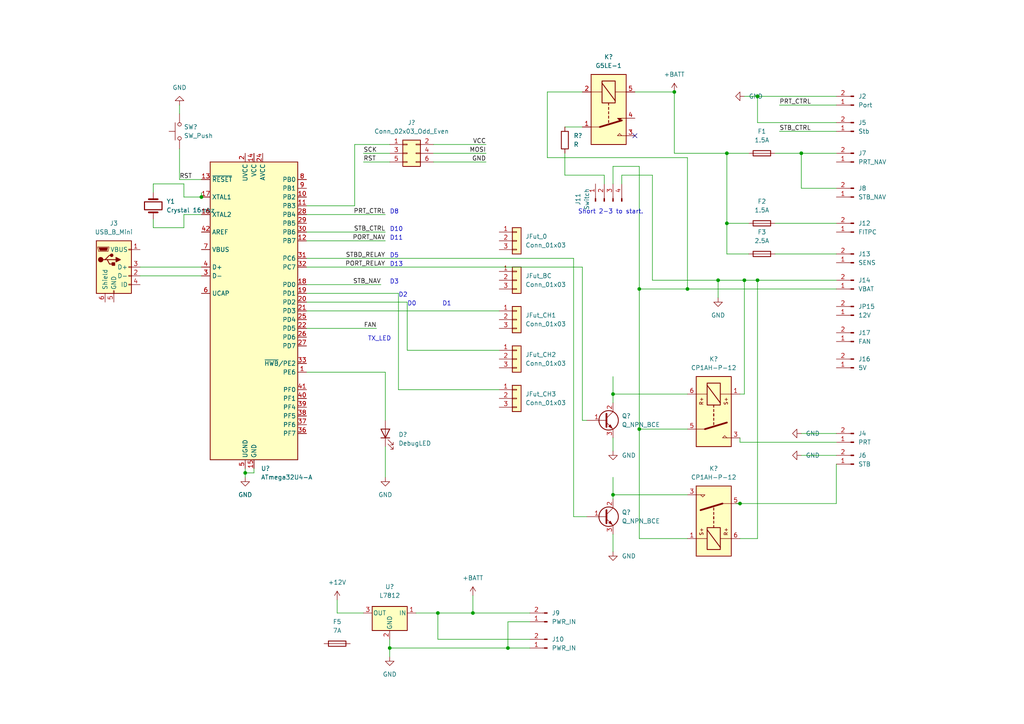
<source format=kicad_sch>
(kicad_sch (version 20211123) (generator eeschema)
  (paper "A4")
  (lib_symbols
    (symbol "Connector:Conn_01x02_Male" (pin_names (offset 1.016) hide)
      (property "Reference" "J" (at 0 2.54 0))
      (property "Value" "Conn_01x02_Male" (at 0 -5.08 0))
      (symbol "Conn_01x02_Male_1_1"
        (polyline (pts (xy 1.27 -2.54) (xy 0.8636 -2.54)) (stroke (width 0.1524)))
        (polyline (pts (xy 1.27 0) (xy 0.8636 0)) (stroke (width 0.1524)))
        (rectangle (start 0.8636 -2.413) (end 0 -2.667) (stroke (width 0.1524)) (fill (type outline)))
        (rectangle (start 0.8636 0.127) (end 0 -0.127) (stroke (width 0.1524)) (fill (type outline)))
        (pin passive line (at 5.08 0 180) (length 3.81) (name "Pin_1") (number "1"))
        (pin passive line (at 5.08 -2.54 180) (length 3.81) (name "Pin_2") (number "2"))
      )
    )
    (symbol "Connector:Conn_01x04_Male" (pin_names (offset 1.016) hide)
      (property "Reference" "J" (at 0 5.08 0))
      (property "Value" "Conn_01x04_Male" (at 0 -7.62 0))
      (symbol "Conn_01x04_Male_1_1"
        (polyline (pts (xy 1.27 -5.08) (xy 0.8636 -5.08)) (stroke (width 0.1524)))
        (polyline (pts (xy 1.27 -2.54) (xy 0.8636 -2.54)) (stroke (width 0.1524)))
        (polyline (pts (xy 1.27 0) (xy 0.8636 0)) (stroke (width 0.1524)))
        (polyline (pts (xy 1.27 2.54) (xy 0.8636 2.54)) (stroke (width 0.1524)))
        (rectangle (start 0.8636 -4.953) (end 0 -5.207) (stroke (width 0.1524)) (fill (type outline)))
        (rectangle (start 0.8636 -2.413) (end 0 -2.667) (stroke (width 0.1524)) (fill (type outline)))
        (rectangle (start 0.8636 0.127) (end 0 -0.127) (stroke (width 0.1524)) (fill (type outline)))
        (rectangle (start 0.8636 2.667) (end 0 2.413) (stroke (width 0.1524)) (fill (type outline)))
        (pin passive line (at 5.08 2.54 180) (length 3.81) (name "Pin_1") (number "1"))
        (pin passive line (at 5.08 0 180) (length 3.81) (name "Pin_2") (number "2"))
        (pin passive line (at 5.08 -2.54 180) (length 3.81) (name "Pin_3") (number "3"))
        (pin passive line (at 5.08 -5.08 180) (length 3.81) (name "Pin_4") (number "4"))
      )
    )
    (symbol "Connector:USB_B_Mini" (pin_names (offset 1.016))
      (property "Reference" "J" (at -5.08 11.43 0))
      (property "Value" "USB_B_Mini" (at -5.08 8.89 0))
      (symbol "USB_B_Mini_0_1"
        (rectangle (start -5.08 -7.62) (end 5.08 7.62) (stroke (width 0.254)) (fill (type background)))
        (circle (center -3.81 2.159) (radius 0.635) (stroke (width 0.254)) (fill (type outline)))
        (circle (center -0.635 3.429) (radius 0.381) (stroke (width 0.254)) (fill (type outline)))
        (rectangle (start -0.127 -7.62) (end 0.127 -6.858))
        (polyline (pts (xy -1.905 2.159) (xy 0.635 2.159)) (stroke (width 0.254)))
        (polyline (pts (xy -3.175 2.159) (xy -2.54 2.159) (xy -1.27 3.429) (xy -0.635 3.429)) (stroke (width 0.254)))
        (polyline (pts (xy -2.54 2.159) (xy -1.905 2.159) (xy -1.27 0.889) (xy 0 0.889)) (stroke (width 0.254)))
        (polyline (pts (xy 0.635 2.794) (xy 0.635 1.524) (xy 1.905 2.159) (xy 0.635 2.794)) (stroke (width 0.254)) (fill (type outline)))
        (polyline (pts (xy -4.318 5.588) (xy -1.778 5.588) (xy -2.032 4.826) (xy -4.064 4.826) (xy -4.318 5.588)) (fill (type outline)))
        (polyline (pts (xy -4.699 5.842) (xy -4.699 5.588) (xy -4.445 4.826) (xy -4.445 4.572) (xy -1.651 4.572) (xy -1.651 4.826) (xy -1.397 5.588) (xy -1.397 5.842) (xy -4.699 5.842)))
        (rectangle (start 0.254 1.27) (end -0.508 0.508) (stroke (width 0.254)) (fill (type outline)))
        (rectangle (start 5.08 -5.207) (end 4.318 -4.953))
        (rectangle (start 5.08 -2.667) (end 4.318 -2.413))
        (rectangle (start 5.08 -0.127) (end 4.318 0.127))
        (rectangle (start 5.08 4.953) (end 4.318 5.207))
      )
      (symbol "USB_B_Mini_1_1"
        (pin power_out line (at 7.62 5.08 180) (length 2.54) (name "VBUS") (number "1"))
        (pin bidirectional line (at 7.62 -2.54 180) (length 2.54) (name "D-") (number "2"))
        (pin bidirectional line (at 7.62 0 180) (length 2.54) (name "D+") (number "3"))
        (pin passive line (at 7.62 -5.08 180) (length 2.54) (name "ID") (number "4"))
        (pin power_out line (at 0 -10.16 90) (length 2.54) (name "GND") (number "5"))
        (pin passive line (at -2.54 -10.16 90) (length 2.54) (name "Shield") (number "6"))
      )
    )
    (symbol "Connector_Generic:Conn_01x03" (pin_names (offset 1.016) hide)
      (property "Reference" "J" (at 0 5.08 0))
      (property "Value" "Conn_01x03" (at 0 -5.08 0))
      (symbol "Conn_01x03_1_1"
        (rectangle (start -1.27 -2.413) (end 0 -2.667) (stroke (width 0.1524)))
        (rectangle (start -1.27 0.127) (end 0 -0.127) (stroke (width 0.1524)))
        (rectangle (start -1.27 2.667) (end 0 2.413) (stroke (width 0.1524)))
        (rectangle (start -1.27 3.81) (end 1.27 -3.81) (stroke (width 0.254)) (fill (type background)))
        (pin passive line (at -5.08 2.54 0) (length 3.81) (name "Pin_1") (number "1"))
        (pin passive line (at -5.08 0 0) (length 3.81) (name "Pin_2") (number "2"))
        (pin passive line (at -5.08 -2.54 0) (length 3.81) (name "Pin_3") (number "3"))
      )
    )
    (symbol "Connector_Generic:Conn_02x03_Odd_Even" (pin_names (offset 1.016) hide)
      (property "Reference" "J" (at 1.27 5.08 0))
      (property "Value" "Conn_02x03_Odd_Even" (at 1.27 -5.08 0))
      (symbol "Conn_02x03_Odd_Even_1_1"
        (rectangle (start -1.27 -2.413) (end 0 -2.667) (stroke (width 0.1524)))
        (rectangle (start -1.27 0.127) (end 0 -0.127) (stroke (width 0.1524)))
        (rectangle (start -1.27 2.667) (end 0 2.413) (stroke (width 0.1524)))
        (rectangle (start -1.27 3.81) (end 3.81 -3.81) (stroke (width 0.254)) (fill (type background)))
        (rectangle (start 3.81 -2.413) (end 2.54 -2.667) (stroke (width 0.1524)))
        (rectangle (start 3.81 0.127) (end 2.54 -0.127) (stroke (width 0.1524)))
        (rectangle (start 3.81 2.667) (end 2.54 2.413) (stroke (width 0.1524)))
        (pin passive line (at -5.08 2.54 0) (length 3.81) (name "Pin_1") (number "1"))
        (pin passive line (at 7.62 2.54 180) (length 3.81) (name "Pin_2") (number "2"))
        (pin passive line (at -5.08 0 0) (length 3.81) (name "Pin_3") (number "3"))
        (pin passive line (at 7.62 0 180) (length 3.81) (name "Pin_4") (number "4"))
        (pin passive line (at -5.08 -2.54 0) (length 3.81) (name "Pin_5") (number "5"))
        (pin passive line (at 7.62 -2.54 180) (length 3.81) (name "Pin_6") (number "6"))
      )
    )
    (symbol "Device:Crystal" (pin_numbers hide) (pin_names (offset 1.016) hide)
      (property "Reference" "Y" (at 0 3.81 0))
      (property "Value" "Crystal" (at 0 -3.81 0))
      (symbol "Crystal_0_1"
        (rectangle (start -1.143 2.54) (end 1.143 -2.54) (stroke (width 0.3048)))
        (polyline (pts (xy -2.54 0) (xy -1.905 0)))
        (polyline (pts (xy -1.905 -1.27) (xy -1.905 1.27)) (stroke (width 0.508)))
        (polyline (pts (xy 1.905 -1.27) (xy 1.905 1.27)) (stroke (width 0.508)))
        (polyline (pts (xy 2.54 0) (xy 1.905 0)))
      )
      (symbol "Crystal_1_1"
        (pin passive line (at -3.81 0 0) (length 1.27) (name "1") (number "1"))
        (pin passive line (at 3.81 0 180) (length 1.27) (name "2") (number "2"))
      )
    )
    (symbol "Device:Fuse" (pin_numbers hide) (pin_names (offset 0))
      (property "Reference" "F" (at 2.032 0 90))
      (property "Value" "Fuse" (at -1.905 0 90))
      (symbol "Fuse_0_1"
        (rectangle (start -0.762 -2.54) (end 0.762 2.54) (stroke (width 0.254)))
        (polyline (pts (xy 0 2.54) (xy 0 -2.54)))
      )
      (symbol "Fuse_1_1"
        (pin passive line (at 0 3.81 270) (length 1.27) (name "~") (number "1"))
        (pin passive line (at 0 -3.81 90) (length 1.27) (name "~") (number "2"))
      )
    )
    (symbol "Device:LED" (pin_numbers hide) (pin_names (offset 1.016) hide)
      (property "Reference" "D" (at 0 2.54 0))
      (property "Value" "LED" (at 0 -2.54 0))
      (symbol "LED_0_1"
        (polyline (pts (xy -1.27 -1.27) (xy -1.27 1.27)) (stroke (width 0.254)))
        (polyline (pts (xy -1.27 0) (xy 1.27 0)))
        (polyline (pts (xy 1.27 -1.27) (xy 1.27 1.27) (xy -1.27 0) (xy 1.27 -1.27)) (stroke (width 0.254)))
        (polyline (pts (xy -3.048 -0.762) (xy -4.572 -2.286) (xy -3.81 -2.286) (xy -4.572 -2.286) (xy -4.572 -1.524)))
        (polyline (pts (xy -1.778 -0.762) (xy -3.302 -2.286) (xy -2.54 -2.286) (xy -3.302 -2.286) (xy -3.302 -1.524)))
      )
      (symbol "LED_1_1"
        (pin passive line (at -3.81 0 0) (length 2.54) (name "K") (number "1"))
        (pin passive line (at 3.81 0 180) (length 2.54) (name "A") (number "2"))
      )
    )
    (symbol "Device:Q_NPN_BCE" (pin_names (offset 0) hide)
      (property "Reference" "Q" (at 5.08 1.27 0))
      (property "Value" "Q_NPN_BCE" (at 5.08 -1.27 0))
      (symbol "Q_NPN_BCE_0_1"
        (polyline (pts (xy 0.635 0.635) (xy 2.54 2.54)))
        (polyline (pts (xy 0.635 -0.635) (xy 2.54 -2.54) (xy 2.54 -2.54)))
        (polyline (pts (xy 0.635 1.905) (xy 0.635 -1.905) (xy 0.635 -1.905)) (stroke (width 0.508)))
        (polyline (pts (xy 1.27 -1.778) (xy 1.778 -1.27) (xy 2.286 -2.286) (xy 1.27 -1.778) (xy 1.27 -1.778)) (fill (type outline)))
        (circle (center 1.27 0) (radius 2.8194) (stroke (width 0.254)))
      )
      (symbol "Q_NPN_BCE_1_1"
        (pin input line (at -5.08 0 0) (length 5.715) (name "B") (number "1"))
        (pin passive line (at 2.54 5.08 270) (length 2.54) (name "C") (number "2"))
        (pin passive line (at 2.54 -5.08 90) (length 2.54) (name "E") (number "3"))
      )
    )
    (symbol "Device:R" (pin_numbers hide) (pin_names (offset 0))
      (property "Reference" "R" (at 2.032 0 90))
      (property "Value" "R" (at 0 0 90))
      (symbol "R_0_1"
        (rectangle (start -1.016 -2.54) (end 1.016 2.54) (stroke (width 0.254)))
      )
      (symbol "R_1_1"
        (pin passive line (at 0 3.81 270) (length 1.27) (name "~") (number "1"))
        (pin passive line (at 0 -3.81 90) (length 1.27) (name "~") (number "2"))
      )
    )
    (symbol "MCU_Microchip_ATmega:ATmega32U4-A"
      (property "Reference" "U" (at -12.7 44.45 0))
      (property "Value" "ATmega32U4-A" (at 2.54 -44.45 0))
      (symbol "ATmega32U4-A_0_1"
        (rectangle (start -12.7 -43.18) (end 12.7 43.18) (stroke (width 0.254)) (fill (type background)))
      )
      (symbol "ATmega32U4-A_1_1"
        (pin bidirectional line (at 15.24 -17.78 180) (length 2.54) (name "PE6") (number "1"))
        (pin bidirectional line (at 15.24 33.02 180) (length 2.54) (name "PB2") (number "10"))
        (pin bidirectional line (at 15.24 30.48 180) (length 2.54) (name "PB3") (number "11"))
        (pin bidirectional line (at 15.24 20.32 180) (length 2.54) (name "PB7") (number "12"))
        (pin input line (at -15.24 38.1 0) (length 2.54) (name "~{RESET}") (number "13"))
        (pin power_in line (at 0 45.72 270) (length 2.54) (name "VCC") (number "14"))
        (pin power_in line (at 0 -45.72 90) (length 2.54) (name "GND") (number "15"))
        (pin output line (at -15.24 27.94 0) (length 2.54) (name "XTAL2") (number "16"))
        (pin input line (at -15.24 33.02 0) (length 2.54) (name "XTAL1") (number "17"))
        (pin bidirectional line (at 15.24 7.62 180) (length 2.54) (name "PD0") (number "18"))
        (pin bidirectional line (at 15.24 5.08 180) (length 2.54) (name "PD1") (number "19"))
        (pin power_in line (at -2.54 45.72 270) (length 2.54) (name "UVCC") (number "2"))
        (pin bidirectional line (at 15.24 2.54 180) (length 2.54) (name "PD2") (number "20"))
        (pin bidirectional line (at 15.24 0 180) (length 2.54) (name "PD3") (number "21"))
        (pin bidirectional line (at 15.24 -5.08 180) (length 2.54) (name "PD5") (number "22"))
        (pin passive line (at 0 -45.72 90) (length 2.54) hide (name "GND") (number "23"))
        (pin power_in line (at 2.54 45.72 270) (length 2.54) (name "AVCC") (number "24"))
        (pin bidirectional line (at 15.24 -2.54 180) (length 2.54) (name "PD4") (number "25"))
        (pin bidirectional line (at 15.24 -7.62 180) (length 2.54) (name "PD6") (number "26"))
        (pin bidirectional line (at 15.24 -10.16 180) (length 2.54) (name "PD7") (number "27"))
        (pin bidirectional line (at 15.24 27.94 180) (length 2.54) (name "PB4") (number "28"))
        (pin bidirectional line (at 15.24 25.4 180) (length 2.54) (name "PB5") (number "29"))
        (pin bidirectional line (at -15.24 10.16 0) (length 2.54) (name "D-") (number "3"))
        (pin bidirectional line (at 15.24 22.86 180) (length 2.54) (name "PB6") (number "30"))
        (pin bidirectional line (at 15.24 15.24 180) (length 2.54) (name "PC6") (number "31"))
        (pin bidirectional line (at 15.24 12.7 180) (length 2.54) (name "PC7") (number "32"))
        (pin bidirectional line (at 15.24 -15.24 180) (length 2.54) (name "~{HWB}/PE2") (number "33"))
        (pin passive line (at 0 45.72 270) (length 2.54) hide (name "VCC") (number "34"))
        (pin passive line (at 0 -45.72 90) (length 2.54) hide (name "GND") (number "35"))
        (pin bidirectional line (at 15.24 -35.56 180) (length 2.54) (name "PF7") (number "36"))
        (pin bidirectional line (at 15.24 -33.02 180) (length 2.54) (name "PF6") (number "37"))
        (pin bidirectional line (at 15.24 -30.48 180) (length 2.54) (name "PF5") (number "38"))
        (pin bidirectional line (at 15.24 -27.94 180) (length 2.54) (name "PF4") (number "39"))
        (pin bidirectional line (at -15.24 12.7 0) (length 2.54) (name "D+") (number "4"))
        (pin bidirectional line (at 15.24 -25.4 180) (length 2.54) (name "PF1") (number "40"))
        (pin bidirectional line (at 15.24 -22.86 180) (length 2.54) (name "PF0") (number "41"))
        (pin passive line (at -15.24 22.86 0) (length 2.54) (name "AREF") (number "42"))
        (pin passive line (at 0 -45.72 90) (length 2.54) hide (name "GND") (number "43"))
        (pin passive line (at 2.54 45.72 270) (length 2.54) hide (name "AVCC") (number "44"))
        (pin passive line (at -2.54 -45.72 90) (length 2.54) (name "UGND") (number "5"))
        (pin passive line (at -15.24 5.08 0) (length 2.54) (name "UCAP") (number "6"))
        (pin input line (at -15.24 17.78 0) (length 2.54) (name "VBUS") (number "7"))
        (pin bidirectional line (at 15.24 38.1 180) (length 2.54) (name "PB0") (number "8"))
        (pin bidirectional line (at 15.24 35.56 180) (length 2.54) (name "PB1") (number "9"))
      )
    )
    (symbol "Regulator_Linear:L7812" (pin_names (offset 0.254))
      (property "Reference" "U" (at -3.81 3.175 0))
      (property "Value" "L7812" (at 0 3.175 0))
      (symbol "L7812_0_1"
        (rectangle (start -5.08 1.905) (end 5.08 -5.08) (stroke (width 0.254)) (fill (type background)))
      )
      (symbol "L7812_1_1"
        (pin power_in line (at -7.62 0 0) (length 2.54) (name "IN") (number "1"))
        (pin power_in line (at 0 -7.62 90) (length 2.54) (name "GND") (number "2"))
        (pin power_out line (at 7.62 0 180) (length 2.54) (name "OUT") (number "3"))
      )
    )
    (symbol "Relay:ADW11"
      (property "Reference" "K" (at 11.43 3.81 0))
      (property "Value" "ADW11" (at 13.97 1.27 0))
      (symbol "ADW11_1_1"
        (rectangle (start -10.16 5.08) (end 10.16 -5.08) (stroke (width 0.254)) (fill (type background)))
        (rectangle (start -8.255 1.905) (end -1.905 -1.905) (stroke (width 0.254)))
        (polyline (pts (xy -7.62 -1.905) (xy -2.54 1.905)) (stroke (width 0.254)))
        (polyline (pts (xy -5.08 -5.08) (xy -5.08 -1.905)))
        (polyline (pts (xy -5.08 5.08) (xy -5.08 1.905)))
        (polyline (pts (xy -1.905 0) (xy -1.27 0)) (stroke (width 0.254)))
        (polyline (pts (xy -0.635 0) (xy 0 0)) (stroke (width 0.254)))
        (polyline (pts (xy 0.635 0) (xy 1.27 0)) (stroke (width 0.254)))
        (polyline (pts (xy 0.635 0) (xy 1.27 0)) (stroke (width 0.254)))
        (polyline (pts (xy 1.905 0) (xy 2.54 0)) (stroke (width 0.254)))
        (polyline (pts (xy 3.175 0) (xy 3.81 0)) (stroke (width 0.254)))
        (polyline (pts (xy 5.08 -2.54) (xy 3.175 3.81)) (stroke (width 0.508)))
        (polyline (pts (xy 5.08 -2.54) (xy 5.08 -5.08)))
        (polyline (pts (xy 7.62 3.81) (xy 7.62 5.08)))
        (polyline (pts (xy 7.62 3.81) (xy 7.62 2.54) (xy 6.985 3.175) (xy 7.62 3.81)))
        (text "R+" (at -3.048 -3.556 0) (effects (font (size 1.016 1.016))))
        (text "S+" (at -3.048 3.556 0) (effects (font (size 1.016 1.016))))
        (pin passive line (at -5.08 7.62 270) (length 2.54) (name "~") (number "1"))
        (pin passive line (at 7.62 7.62 270) (length 2.54) (name "~") (number "3"))
        (pin passive line (at 5.08 -7.62 90) (length 2.54) (name "~") (number "5"))
        (pin passive line (at -5.08 -7.62 90) (length 2.54) (name "~") (number "6"))
      )
    )
    (symbol "Relay:G5LE-1"
      (property "Reference" "K" (at 11.43 3.81 0))
      (property "Value" "G5LE-1" (at 11.43 1.27 0))
      (symbol "G5LE-1_0_0"
        (polyline (pts (xy 7.62 5.08) (xy 7.62 2.54) (xy 6.985 3.175) (xy 7.62 3.81)))
      )
      (symbol "G5LE-1_0_1"
        (rectangle (start -10.16 5.08) (end 10.16 -5.08) (stroke (width 0.254)) (fill (type background)))
        (rectangle (start -8.255 1.905) (end -1.905 -1.905) (stroke (width 0.254)))
        (polyline (pts (xy -7.62 -1.905) (xy -2.54 1.905)) (stroke (width 0.254)))
        (polyline (pts (xy -5.08 -5.08) (xy -5.08 -1.905)))
        (polyline (pts (xy -5.08 5.08) (xy -5.08 1.905)))
        (polyline (pts (xy -1.905 0) (xy -1.27 0)) (stroke (width 0.254)))
        (polyline (pts (xy -0.635 0) (xy 0 0)) (stroke (width 0.254)))
        (polyline (pts (xy 0.635 0) (xy 1.27 0)) (stroke (width 0.254)))
        (polyline (pts (xy 1.905 0) (xy 2.54 0)) (stroke (width 0.254)))
        (polyline (pts (xy 3.175 0) (xy 3.81 0)) (stroke (width 0.254)))
        (polyline (pts (xy 5.08 -2.54) (xy 3.175 3.81)) (stroke (width 0.508)))
        (polyline (pts (xy 5.08 -2.54) (xy 5.08 -5.08)))
        (polyline (pts (xy 2.54 5.08) (xy 2.54 2.54) (xy 3.175 3.175) (xy 2.54 3.81)) (fill (type outline)))
      )
      (symbol "G5LE-1_1_1"
        (pin passive line (at 5.08 -7.62 90) (length 2.54) (name "~") (number "1"))
        (pin passive line (at -5.08 -7.62 90) (length 2.54) (name "~") (number "2"))
        (pin passive line (at 7.62 7.62 270) (length 2.54) (name "~") (number "3"))
        (pin passive line (at 2.54 7.62 270) (length 2.54) (name "~") (number "4"))
        (pin passive line (at -5.08 7.62 270) (length 2.54) (name "~") (number "5"))
      )
    )
    (symbol "Switch:SW_Push" (pin_numbers hide) (pin_names (offset 1.016) hide)
      (property "Reference" "SW" (at 1.27 2.54 0))
      (property "Value" "SW_Push" (at 0 -1.524 0))
      (symbol "SW_Push_0_1"
        (circle (center -2.032 0) (radius 0.508))
        (polyline (pts (xy 0 1.27) (xy 0 3.048)))
        (polyline (pts (xy 2.54 1.27) (xy -2.54 1.27)))
        (circle (center 2.032 0) (radius 0.508))
        (pin passive line (at -5.08 0 0) (length 2.54) (name "1") (number "1"))
        (pin passive line (at 5.08 0 180) (length 2.54) (name "2") (number "2"))
      )
    )
    (symbol "power:+12V" (power) (pin_names (offset 0))
      (property "Value" "+12V" (at 0 3.556 0))
      (symbol "+12V_0_1"
        (polyline (pts (xy -0.762 1.27) (xy 0 2.54)))
        (polyline (pts (xy 0 0) (xy 0 2.54)))
        (polyline (pts (xy 0 2.54) (xy 0.762 1.27)))
      )
      (symbol "+12V_1_1"
        (pin power_in line (at 0 0 90) (length 0) hide (name "+12V") (number "1"))
      )
    )
    (symbol "power:+BATT" (power) (pin_names (offset 0))
      (property "Value" "+BATT" (at 0 3.556 0))
      (symbol "+BATT_0_1"
        (polyline (pts (xy -0.762 1.27) (xy 0 2.54)))
        (polyline (pts (xy 0 0) (xy 0 2.54)))
        (polyline (pts (xy 0 2.54) (xy 0.762 1.27)))
      )
      (symbol "+BATT_1_1"
        (pin power_in line (at 0 0 90) (length 0) hide (name "+BATT") (number "1"))
      )
    )
    (symbol "power:GND" (power) (pin_names (offset 0))
      (property "Value" "GND" (at 0 -3.81 0))
      (symbol "GND_0_1"
        (polyline (pts (xy 0 0) (xy 0 -1.27) (xy 1.27 -1.27) (xy 0 -2.54) (xy -1.27 -1.27) (xy 0 -1.27)))
      )
      (symbol "GND_1_1"
        (pin power_in line (at 0 0 270) (length 0) hide (name "GND") (number "1"))
      )
    )
  )
  (junction (at 210.82 64.77))
  (junction (at 232.41 44.45))
  (junction (at 215.9 81.28))
  (junction (at 199.39 83.82))
  (junction (at 195.58 26.67))
  (junction (at 137.16 177.8))
  (junction (at 208.28 81.28))
  (junction (at 113.03 187.96))
  (junction (at 177.8 114.3))
  (junction (at 219.71 81.28))
  (junction (at 58.42 57.15))
  (junction (at 127 177.8))
  (junction (at 71.12 137.16))
  (junction (at 147.32 187.96))
  (junction (at 210.82 44.45))
  (junction (at 185.42 83.82))
  (junction (at 177.8 143.51))
  (junction (at 219.71 27.94))
  (junction (at 185.42 124.46))
  (junction (at 214.63 146.05))
  (no_connect (at 184.15 39.37))
  (wire (pts (xy 71.12 137.16) (xy 71.12 138.43)))
  (wire (pts (xy 53.34 57.15) (xy 58.42 57.15)))
  (wire (pts (xy 177.8 143.51) (xy 199.39 143.51)))
  (wire (pts (xy 44.45 55.88) (xy 44.45 53.34)))
  (wire (pts (xy 219.71 81.28) (xy 215.9 81.28)))
  (wire (pts (xy 88.9 59.69) (xy 102.87 59.69)))
  (wire (pts (xy 166.37 149.86) (xy 170.18 149.86)))
  (wire (pts (xy 242.57 128.27) (xy 214.63 128.27)))
  (wire (pts (xy 215.9 27.94) (xy 219.71 27.94)))
  (wire (pts (xy 163.83 50.8) (xy 175.26 50.8)))
  (wire (pts (xy 242.57 146.05) (xy 242.57 134.62)))
  (wire (pts (xy 88.9 90.17) (xy 144.78 90.17)))
  (wire (pts (xy 105.41 44.45) (xy 113.03 44.45)))
  (wire (pts (xy 58.42 62.23) (xy 53.34 62.23)))
  (wire (pts (xy 163.83 36.83) (xy 168.91 36.83)))
  (wire (pts (xy 40.64 80.01) (xy 58.42 80.01)))
  (wire (pts (xy 224.79 64.77) (xy 242.57 64.77)))
  (wire (pts (xy 111.76 129.54) (xy 111.76 138.43)))
  (wire (pts (xy 113.03 187.96) (xy 113.03 190.5)))
  (wire (pts (xy 226.06 38.1) (xy 242.57 38.1)))
  (wire (pts (xy 232.41 132.08) (xy 242.57 132.08)))
  (wire (pts (xy 232.41 54.61) (xy 232.41 44.45)))
  (wire (pts (xy 52.07 43.18) (xy 52.07 52.07)))
  (wire (pts (xy 224.79 44.45) (xy 232.41 44.45)))
  (wire (pts (xy 158.75 45.72) (xy 199.39 45.72)))
  (wire (pts (xy 226.06 30.48) (xy 242.57 30.48)))
  (wire (pts (xy 71.12 135.89) (xy 71.12 137.16)))
  (wire (pts (xy 224.79 73.66) (xy 242.57 73.66)))
  (wire (pts (xy 125.73 46.99) (xy 140.97 46.99)))
  (wire (pts (xy 88.9 62.23) (xy 111.76 62.23)))
  (wire (pts (xy 153.67 180.34) (xy 147.32 180.34)))
  (wire (pts (xy 177.8 114.3) (xy 177.8 116.84)))
  (wire (pts (xy 214.63 156.21) (xy 219.71 156.21)))
  (wire (pts (xy 210.82 64.77) (xy 217.17 64.77)))
  (wire (pts (xy 115.57 85.09) (xy 115.57 113.03)))
  (wire (pts (xy 113.03 185.42) (xy 113.03 187.96)))
  (wire (pts (xy 158.75 26.67) (xy 158.75 45.72)))
  (wire (pts (xy 214.63 128.27) (xy 214.63 127)))
  (wire (pts (xy 215.9 81.28) (xy 208.28 81.28)))
  (wire (pts (xy 127 177.8) (xy 137.16 177.8)))
  (wire (pts (xy 144.78 101.6) (xy 118.11 101.6)))
  (wire (pts (xy 137.16 172.72) (xy 137.16 177.8)))
  (wire (pts (xy 210.82 44.45) (xy 210.82 64.77)))
  (wire (pts (xy 44.45 66.04) (xy 44.45 63.5)))
  (wire (pts (xy 166.37 74.93) (xy 166.37 149.86)))
  (wire (pts (xy 208.28 81.28) (xy 208.28 86.36)))
  (wire (pts (xy 115.57 113.03) (xy 144.78 113.03)))
  (wire (pts (xy 88.9 85.09) (xy 115.57 85.09)))
  (wire (pts (xy 177.8 48.26) (xy 177.8 53.34)))
  (wire (pts (xy 215.9 81.28) (xy 215.9 114.3)))
  (wire (pts (xy 232.41 44.45) (xy 242.57 44.45)))
  (wire (pts (xy 208.28 81.28) (xy 189.23 81.28)))
  (wire (pts (xy 213.36 146.05) (xy 214.63 146.05)))
  (wire (pts (xy 53.34 62.23) (xy 53.34 66.04)))
  (wire (pts (xy 88.9 82.55) (xy 110.49 82.55)))
  (wire (pts (xy 44.45 53.34) (xy 53.34 53.34)))
  (wire (pts (xy 177.8 109.22) (xy 177.8 114.3)))
  (wire (pts (xy 163.83 44.45) (xy 163.83 50.8)))
  (wire (pts (xy 102.87 59.69) (xy 102.87 41.91)))
  (wire (pts (xy 147.32 180.34) (xy 147.32 187.96)))
  (wire (pts (xy 242.57 54.61) (xy 232.41 54.61)))
  (wire (pts (xy 177.8 138.43) (xy 177.8 143.51)))
  (wire (pts (xy 153.67 185.42) (xy 127 185.42)))
  (wire (pts (xy 102.87 41.91) (xy 113.03 41.91)))
  (wire (pts (xy 53.34 66.04) (xy 44.45 66.04)))
  (wire (pts (xy 210.82 73.66) (xy 210.82 64.77)))
  (wire (pts (xy 111.76 107.95) (xy 111.76 121.92)))
  (wire (pts (xy 88.9 95.25) (xy 109.22 95.25)))
  (wire (pts (xy 175.26 50.8) (xy 175.26 53.34)))
  (wire (pts (xy 40.64 77.47) (xy 58.42 77.47)))
  (wire (pts (xy 195.58 26.67) (xy 195.58 44.45)))
  (wire (pts (xy 52.07 30.48) (xy 52.07 33.02)))
  (wire (pts (xy 185.42 48.26) (xy 177.8 48.26)))
  (wire (pts (xy 210.82 44.45) (xy 217.17 44.45)))
  (wire (pts (xy 242.57 35.56) (xy 219.71 35.56)))
  (wire (pts (xy 185.42 156.21) (xy 199.39 156.21)))
  (wire (pts (xy 168.91 121.92) (xy 168.91 77.47)))
  (wire (pts (xy 88.9 74.93) (xy 166.37 74.93)))
  (wire (pts (xy 88.9 107.95) (xy 111.76 107.95)))
  (wire (pts (xy 177.8 154.94) (xy 177.8 160.02)))
  (wire (pts (xy 189.23 81.28) (xy 189.23 50.8)))
  (wire (pts (xy 214.63 146.05) (xy 242.57 146.05)))
  (wire (pts (xy 242.57 81.28) (xy 219.71 81.28)))
  (wire (pts (xy 199.39 83.82) (xy 185.42 83.82)))
  (wire (pts (xy 168.91 26.67) (xy 158.75 26.67)))
  (wire (pts (xy 88.9 67.31) (xy 111.76 67.31)))
  (wire (pts (xy 199.39 114.3) (xy 177.8 114.3)))
  (wire (pts (xy 125.73 44.45) (xy 140.97 44.45)))
  (wire (pts (xy 53.34 53.34) (xy 53.34 57.15)))
  (wire (pts (xy 88.9 77.47) (xy 168.91 77.47)))
  (wire (pts (xy 73.66 135.89) (xy 73.66 137.16)))
  (wire (pts (xy 219.71 156.21) (xy 219.71 81.28)))
  (wire (pts (xy 105.41 46.99) (xy 113.03 46.99)))
  (wire (pts (xy 177.8 127) (xy 177.8 130.81)))
  (wire (pts (xy 88.9 69.85) (xy 111.76 69.85)))
  (wire (pts (xy 195.58 44.45) (xy 210.82 44.45)))
  (wire (pts (xy 184.15 26.67) (xy 195.58 26.67)))
  (wire (pts (xy 199.39 45.72) (xy 199.39 83.82)))
  (wire (pts (xy 97.79 173.99) (xy 97.79 177.8)))
  (wire (pts (xy 97.79 177.8) (xy 105.41 177.8)))
  (wire (pts (xy 73.66 137.16) (xy 71.12 137.16)))
  (wire (pts (xy 180.34 50.8) (xy 180.34 53.34)))
  (wire (pts (xy 214.63 114.3) (xy 215.9 114.3)))
  (wire (pts (xy 232.41 125.73) (xy 242.57 125.73)))
  (wire (pts (xy 168.91 121.92) (xy 170.18 121.92)))
  (wire (pts (xy 137.16 177.8) (xy 153.67 177.8)))
  (wire (pts (xy 118.11 101.6) (xy 118.11 87.63)))
  (wire (pts (xy 120.65 177.8) (xy 127 177.8)))
  (wire (pts (xy 219.71 27.94) (xy 242.57 27.94)))
  (wire (pts (xy 58.42 52.07) (xy 52.07 52.07)))
  (wire (pts (xy 242.57 83.82) (xy 199.39 83.82)))
  (wire (pts (xy 219.71 35.56) (xy 219.71 27.94)))
  (wire (pts (xy 185.42 48.26) (xy 185.42 83.82)))
  (wire (pts (xy 58.42 55.88) (xy 58.42 57.15)))
  (wire (pts (xy 125.73 41.91) (xy 140.97 41.91)))
  (wire (pts (xy 185.42 124.46) (xy 185.42 156.21)))
  (wire (pts (xy 147.32 187.96) (xy 113.03 187.96)))
  (wire (pts (xy 185.42 83.82) (xy 185.42 124.46)))
  (wire (pts (xy 127 185.42) (xy 127 177.8)))
  (wire (pts (xy 147.32 187.96) (xy 153.67 187.96)))
  (wire (pts (xy 118.11 87.63) (xy 88.9 87.63)))
  (wire (pts (xy 210.82 73.66) (xy 217.17 73.66)))
  (wire (pts (xy 177.8 144.78) (xy 177.8 143.51)))
  (wire (pts (xy 189.23 50.8) (xy 180.34 50.8)))
  (wire (pts (xy 199.39 124.46) (xy 185.42 124.46)))
  (text "D10" (at 113.03 67.31 0) (effects (font (size 1.27 1.27)) (justify left bottom)))
  (text "TX_LED" (at 106.68 99.06 0) (effects (font (size 1.27 1.27)) (justify left bottom)))
  (text "D1" (at 128.27 88.9 0) (effects (font (size 1.27 1.27)) (justify left bottom)))
  (text "D11" (at 113.03 69.85 0) (effects (font (size 1.27 1.27)) (justify left bottom)))
  (text "D8" (at 113.03 62.23 0) (effects (font (size 1.27 1.27)) (justify left bottom)))
  (text "D5" (at 113.03 74.93 0) (effects (font (size 1.27 1.27)) (justify left bottom)))
  (text "D13" (at 113.03 77.47 0) (effects (font (size 1.27 1.27)) (justify left bottom)))
  (text "D3" (at 113.03 82.55 0) (effects (font (size 1.27 1.27)) (justify left bottom)))
  (text "Short 2-3 to start." (at 167.64 62.23 0) (effects (font (size 1.27 1.27)) (justify left bottom)))
  (text "D2" (at 115.57 86.36 0) (effects (font (size 1.27 1.27)) (justify left bottom)))
  (text "D0" (at 118.11 88.9 0) (effects (font (size 1.27 1.27)) (justify left bottom)))
  (label "MOSI" (at 140.97 44.45 180))
  (label "PORT_RELAY" (at 111.76 77.47 180))
  (label "STBD_RELAY" (at 111.76 74.93 180))
  (label "STB_CTRL" (at 226.06 38.1 0))
  (label "STB_NAV" (at 110.49 82.55 180))
  (label "SCK" (at 105.41 44.45 0))
  (label "VCC" (at 140.97 41.91 180))
  (label "RST" (at 52.07 52.07 0))
  (label "PORT_NAV" (at 111.76 69.85 180))
  (label "FAN" (at 109.22 95.25 180))
  (label "PRT_CTRL" (at 111.76 62.23 180))
  (label "STB_CTRL" (at 111.76 67.31 180))
  (label "PRT_CTRL" (at 226.06 30.48 0))
  (label "RST" (at 105.41 46.99 0))
  (label "GND" (at 140.97 46.99 180))
  (symbol (lib_id "power:GND") (at 71.12 138.43 0) (unit 1)
    (property "Reference" "#PWR?" (effects hide))
    (property "Value" "GND" (at 71.12 143.51 0))
  )
  (symbol (lib_id "Connector_Generic:Conn_01x03") (at 149.86 81.28 0) (unit 1)
    (property "Reference" "JFut_BC" (at 152.4 80.0099 0) (effects (justify left)))
    (property "Value" "Conn_01x03" (at 152.4 82.5499 0) (effects (justify left)))
  )
  (symbol (lib_id "Connector:Conn_01x02_Male") (at 247.65 46.99 180) (unit 1)
    (property "Reference" "J7" (at 248.92 44.4499 0) (effects (justify right)))
    (property "Value" "PRT_NAV" (at 248.92 46.9899 0) (effects (justify right)))
  )
  (symbol (lib_id "power:+12V") (at 97.79 173.99 0) (unit 1)
    (property "Reference" "#PWR?" (effects hide))
    (property "Value" "+12V" (at 97.79 168.91 0))
  )
  (symbol (lib_id "Device:LED") (at 111.76 125.73 90) (unit 1)
    (property "Reference" "D?" (at 115.57 126.0474 90) (effects (justify right)))
    (property "Value" "DebugLED" (at 115.57 128.5874 90) (effects (justify right)))
  )
  (symbol (lib_id "power:GND") (at 208.28 86.36 0) (unit 1)
    (property "Reference" "#PWR?" (effects hide))
    (property "Value" "GND" (at 208.28 91.44 0))
  )
  (symbol (lib_id "MCU_Microchip_ATmega:ATmega32U4-A") (at 73.66 90.17 0) (unit 1)
    (property "Reference" "U?" (at 75.6794 135.89 0) (effects (justify left)))
    (property "Value" "ATmega32U4-A" (at 75.6794 138.43 0) (effects (justify left)))
    (property "Footprint" "Package_QFP:TQFP-44_10x10mm_P0.8mm" (effects hide))
    (property "Datasheet" "http://ww1.microchip.com/downloads/en/DeviceDoc/Atmel-7766-8-bit-AVR-ATmega16U4-32U4_Datasheet.pdf" (effects hide))
  )
  (symbol (lib_id "Device:Fuse") (at 220.98 64.77 90) (unit 1)
    (property "Reference" "F2" (at 220.98 58.42 90))
    (property "Value" "1.5A" (at 220.98 60.96 90))
  )
  (symbol (lib_id "Connector:Conn_01x02_Male") (at 247.65 99.06 180) (unit 1)
    (property "Reference" "J17" (at 248.92 96.5199 0) (effects (justify right)))
    (property "Value" "FAN" (at 248.92 99.0599 0) (effects (justify right)))
  )
  (symbol (lib_id "Connector:Conn_01x02_Male") (at 247.65 67.31 180) (unit 1)
    (property "Reference" "J12" (at 248.92 64.7699 0) (effects (justify right)))
    (property "Value" "FITPC" (at 248.92 67.3099 0) (effects (justify right)))
  )
  (symbol (lib_id "Connector:Conn_01x04_Male") (at 175.26 58.42 90) (unit 1)
    (property "Reference" "J11" (at 167.64 57.785 0))
    (property "Value" "Switch" (at 170.18 57.785 0))
  )
  (symbol (lib_id "Device:Crystal") (at 44.45 59.69 90) (unit 1)
    (property "Reference" "Y1" (at 48.26 58.4199 90) (effects (justify right)))
    (property "Value" "Crystal 16mhz" (at 48.26 60.9599 90) (effects (justify right)))
  )
  (symbol (lib_id "Connector:Conn_01x02_Male") (at 247.65 30.48 180) (unit 1)
    (property "Reference" "J2" (at 248.92 27.9399 0) (effects (justify right)))
    (property "Value" "Port" (at 248.92 30.4799 0) (effects (justify right)))
  )
  (symbol (lib_id "Device:Fuse") (at 97.79 186.69 90) (unit 1)
    (property "Reference" "F5" (at 97.79 180.34 90))
    (property "Value" "7A" (at 97.79 182.88 90))
  )
  (symbol (lib_id "Relay:G5LE-1") (at 176.53 31.75 270) (unit 1)
    (property "Reference" "K?" (at 176.53 16.51 90))
    (property "Value" "G5LE-1" (at 176.53 19.05 90))
    (property "Footprint" "Relay_THT:Relay_SPDT_Omron-G5LE-1" (effects hide))
    (property "Datasheet" "http://www.omron.com/ecb/products/pdf/en-g5le.pdf" (effects hide))
  )
  (symbol (lib_id "Switch:SW_Push") (at 52.07 38.1 90) (unit 1)
    (property "Reference" "SW?" (at 53.34 36.8299 90) (effects (justify right)))
    (property "Value" "SW_Push" (at 53.34 39.3699 90) (effects (justify right)))
  )
  (symbol (lib_id "Device:Q_NPN_BCE") (at 175.26 121.92 0) (unit 1)
    (property "Reference" "Q?" (at 180.34 120.6499 0) (effects (justify left)))
    (property "Value" "Q_NPN_BCE" (at 180.34 123.1899 0) (effects (justify left)))
  )
  (symbol (lib_id "Connector_Generic:Conn_01x03") (at 149.86 92.71 0) (unit 1)
    (property "Reference" "JFut_CH1" (at 152.4 91.4399 0) (effects (justify left)))
    (property "Value" "Conn_01x03" (at 152.4 93.9799 0) (effects (justify left)))
  )
  (symbol (lib_id "Relay:ADW11") (at 207.01 151.13 90) (unit 1)
    (property "Reference" "K?" (at 207.01 135.89 90))
    (property "Value" "CP1AH-P-12" (at 207.01 138.43 90))
  )
  (symbol (lib_id "Connector_Generic:Conn_01x03") (at 149.86 115.57 0) (unit 1)
    (property "Reference" "JFut_CH3" (at 152.4 114.2999 0) (effects (justify left)))
    (property "Value" "Conn_01x03" (at 152.4 116.8399 0) (effects (justify left)))
  )
  (symbol (lib_id "Connector:Conn_01x02_Male") (at 247.65 57.15 180) (unit 1)
    (property "Reference" "J8" (at 248.92 54.6099 0) (effects (justify right)))
    (property "Value" "STB_NAV" (at 248.92 57.1499 0) (effects (justify right)))
  )
  (symbol (lib_id "power:GND") (at 232.41 132.08 270) (unit 1)
    (property "Reference" "#PWR?" (effects hide))
    (property "Value" "GND" (at 233.68 132.0799 90) (effects (justify left)))
  )
  (symbol (lib_id "Connector:Conn_01x02_Male") (at 158.75 187.96 180) (unit 1)
    (property "Reference" "J10" (at 160.02 185.4199 0) (effects (justify right)))
    (property "Value" "PWR_IN" (at 160.02 187.9599 0) (effects (justify right)))
  )
  (symbol (lib_id "Relay:ADW11") (at 207.01 119.38 270) (unit 1)
    (property "Reference" "K?" (at 207.01 104.14 90))
    (property "Value" "CP1AH-P-12" (at 207.01 106.68 90))
  )
  (symbol (lib_id "Connector:Conn_01x02_Male") (at 247.65 38.1 180) (unit 1)
    (property "Reference" "J5" (at 248.92 35.5599 0) (effects (justify right)))
    (property "Value" "Stb" (at 248.92 38.0999 0) (effects (justify right)))
  )
  (symbol (lib_id "Connector_Generic:Conn_02x03_Odd_Even") (at 118.11 44.45 0) (unit 1)
    (property "Reference" "J?" (at 119.38 35.56 0))
    (property "Value" "Conn_02x03_Odd_Even" (at 119.38 38.1 0))
  )
  (symbol (lib_id "Connector_Generic:Conn_01x03") (at 149.86 69.85 0) (unit 1)
    (property "Reference" "JFut_0" (at 152.4 68.5799 0) (effects (justify left)))
    (property "Value" "Conn_01x03" (at 152.4 71.1199 0) (effects (justify left)))
  )
  (symbol (lib_id "power:+BATT") (at 137.16 172.72 0) (unit 1)
    (property "Reference" "#PWR?" (effects hide))
    (property "Value" "+BATT" (at 137.16 167.64 0))
  )
  (symbol (lib_id "power:GND") (at 111.76 138.43 0) (unit 1)
    (property "Reference" "#PWR?" (effects hide))
    (property "Value" "GND" (at 111.76 143.51 0))
  )
  (symbol (lib_id "Connector:Conn_01x02_Male") (at 247.65 134.62 180) (unit 1)
    (property "Reference" "J6" (at 248.92 132.0799 0) (effects (justify right)))
    (property "Value" "STB" (at 248.92 134.6199 0) (effects (justify right)))
  )
  (symbol (lib_id "Device:R") (at 163.83 40.64 0) (unit 1)
    (property "Reference" "R?" (at 166.37 39.3699 0) (effects (justify left)))
    (property "Value" "R" (at 166.37 41.9099 0) (effects (justify left)))
  )
  (symbol (lib_id "power:+BATT") (at 195.58 26.67 0) (unit 1)
    (property "Reference" "#PWR?" (effects hide))
    (property "Value" "+BATT" (at 195.58 21.59 0))
  )
  (symbol (lib_id "Connector:Conn_01x02_Male") (at 247.65 76.2 180) (unit 1)
    (property "Reference" "J13" (at 248.92 73.6599 0) (effects (justify right)))
    (property "Value" "SENS" (at 248.92 76.1999 0) (effects (justify right)))
  )
  (symbol (lib_id "power:GND") (at 177.8 160.02 0) (unit 1)
    (property "Reference" "#PWR?" (effects hide))
    (property "Value" "GND" (at 180.34 161.2899 0) (effects (justify left)))
  )
  (symbol (lib_id "Regulator_Linear:L7812") (at 113.03 177.8 0) (mirror y) (unit 1)
    (property "Reference" "U?" (at 113.03 170.18 0))
    (property "Value" "L7812" (at 113.03 172.72 0))
    (property "Datasheet" "http://www.st.com/content/ccc/resource/technical/document/datasheet/41/4f/b3/b0/12/d4/47/88/CD00000444.pdf/files/CD00000444.pdf/jcr:content/translations/en.CD00000444.pdf" (effects hide))
  )
  (symbol (lib_id "power:GND") (at 215.9 27.94 270) (unit 1)
    (property "Reference" "#PWR?" (effects hide))
    (property "Value" "GND" (at 217.17 27.9399 90) (effects (justify left)))
  )
  (symbol (lib_id "Device:Fuse") (at 220.98 73.66 90) (unit 1)
    (property "Reference" "F3" (at 220.98 67.31 90))
    (property "Value" "2.5A" (at 220.98 69.85 90))
  )
  (symbol (lib_id "Connector_Generic:Conn_01x03") (at 149.86 104.14 0) (unit 1)
    (property "Reference" "JFut_CH2" (at 152.4 102.8699 0) (effects (justify left)))
    (property "Value" "Conn_01x03" (at 152.4 105.4099 0) (effects (justify left)))
  )
  (symbol (lib_id "Connector:Conn_01x02_Male") (at 247.65 91.44 180) (unit 1)
    (property "Reference" "JP15" (at 248.92 88.8999 0) (effects (justify right)))
    (property "Value" "12V" (at 248.92 91.4399 0) (effects (justify right)))
  )
  (symbol (lib_id "power:GND") (at 52.07 30.48 180) (unit 1)
    (property "Reference" "#PWR?" (effects hide))
    (property "Value" "GND" (at 52.07 25.4 0))
  )
  (symbol (lib_id "Connector:Conn_01x02_Male") (at 158.75 180.34 180) (unit 1)
    (property "Reference" "J9" (at 160.02 177.7999 0) (effects (justify right)))
    (property "Value" "PWR_IN" (at 160.02 180.3399 0) (effects (justify right)))
  )
  (symbol (lib_id "Device:Fuse") (at 220.98 44.45 90) (unit 1)
    (property "Reference" "F1" (at 220.98 38.1 90))
    (property "Value" "1.5A" (at 220.98 40.64 90))
  )
  (symbol (lib_id "Connector:USB_B_Mini") (at 33.02 77.47 0) (unit 1)
    (property "Reference" "J3" (at 33.02 64.77 0))
    (property "Value" "USB_B_Mini" (at 33.02 67.31 0))
  )
  (symbol (lib_id "Connector:Conn_01x02_Male") (at 247.65 83.82 180) (unit 1)
    (property "Reference" "J14" (at 248.92 81.2799 0) (effects (justify right)))
    (property "Value" "VBAT" (at 248.92 83.8199 0) (effects (justify right)))
  )
  (symbol (lib_id "power:GND") (at 177.8 130.81 0) (unit 1)
    (property "Reference" "#PWR?" (effects hide))
    (property "Value" "GND" (at 180.34 132.0799 0) (effects (justify left)))
  )
  (symbol (lib_id "Connector:Conn_01x02_Male") (at 247.65 128.27 180) (unit 1)
    (property "Reference" "J4" (at 248.92 125.7299 0) (effects (justify right)))
    (property "Value" "PRT" (at 248.92 128.2699 0) (effects (justify right)))
  )
  (symbol (lib_id "Connector:Conn_01x02_Male") (at 247.65 106.68 180) (unit 1)
    (property "Reference" "J16" (at 248.92 104.1399 0) (effects (justify right)))
    (property "Value" "5V" (at 248.92 106.6799 0) (effects (justify right)))
  )
  (symbol (lib_id "Device:Q_NPN_BCE") (at 175.26 149.86 0) (unit 1)
    (property "Reference" "Q?" (at 180.34 148.5899 0) (effects (justify left)))
    (property "Value" "Q_NPN_BCE" (at 180.34 151.1299 0) (effects (justify left)))
  )
  (symbol (lib_id "power:GND") (at 113.03 190.5 0) (unit 1)
    (property "Reference" "#PWR?" (effects hide))
    (property "Value" "GND" (at 113.03 195.58 0))
  )
  (symbol (lib_id "power:GND") (at 232.41 125.73 270) (unit 1)
    (property "Reference" "#PWR?" (effects hide))
    (property "Value" "GND" (at 233.68 125.7299 90) (effects (justify left)))
  )
)
</source>
